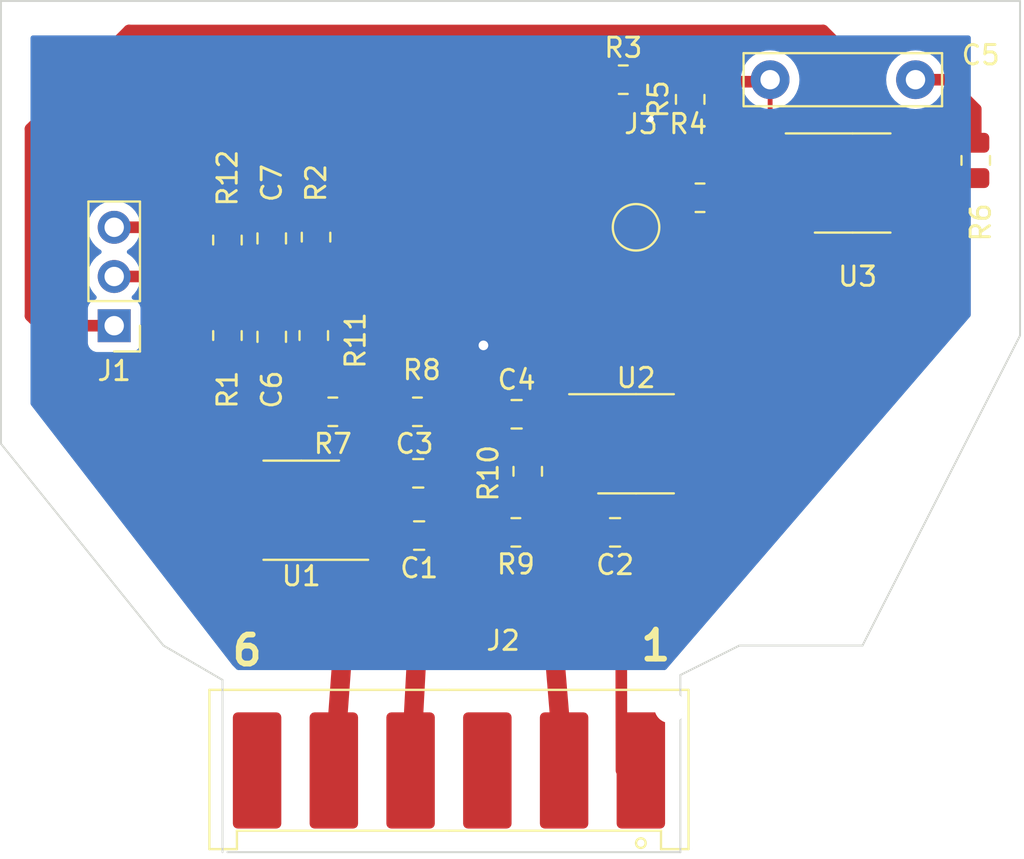
<source format=kicad_pcb>
(kicad_pcb (version 20211014) (generator pcbnew)
  (layers (0 "F.Cu" signal) (31 "B.Cu" signal) (34 "B.Paste" user) (35 "F.Paste" user) (36 "B.SilkS" user "B.Silkscreen") (37 "F.SilkS" user "F.Silkscreen") (38 "B.Mask" user) (39 "F.Mask" user) (44 "Edge.Cuts" user))
  (net 0 "")
  (net 1 "/C")
  (net 2 "Net-(C1-Pad2)")
  (net 3 "Net-(C2-Pad1)")
  (net 4 "Net-(C3-Pad2)")
  (net 5 "Net-(C4-Pad1)")
  (net 6 "Net-(C5-Pad1)")
  (net 7 "Net-(C5-Pad2)")
  (net 8 "Net-(C6-Pad2)")
  (net 9 "Net-(C7-Pad1)")
  (net 10 "Net-(J1-Pad1)")
  (net 11 "Net-(J2-Pad1)")
  (net 14 "Net-(J3-Pad1)")
  (net 15 "Net-(R4-Pad2)")
  (net 16 "Net-(R7-Pad1)")
  (net 17 "Net-(R10-Pad2)")
  (footprint "Resistor_SMD:R_0805_2012Metric" (layer "F.Cu") (at 141.0735 109.22)
    (fp_text reference "R3" (at 0 -1.65) (layer "F.SilkS"))
    (fp_text value "1Meg")
    (fp_line (start -0.227064 0.735) (end 0.227064 0.735) (layer "F.SilkS") (width 0.12))
    (fp_line (start -0.227064 -0.735) (end 0.227064 -0.735) (layer "F.SilkS") (width 0.12))
    (pad "1" smd roundrect (at -0.9125 0) (size 1.025 1.4) (layers "F.Cu" "F.Paste" "F.Mask") (roundrect_rratio 0.243902439) (net 10 "Net-(J1-Pad1)"))
    (pad "2" smd roundrect (at 0.9125 0) (size 1.025 1.4) (layers "F.Cu" "F.Paste" "F.Mask") (roundrect_rratio 0.243902439) (net 7 "Net-(C5-Pad2)"))
  )
  (footprint "Capacitor_SMD:C_0805_2012Metric" (layer "F.Cu") (at 140.65 132.588 180)
    (fp_text reference "C2" (at 0 -1.68) (layer "F.SilkS"))
    (fp_text value "100n")
    (fp_line (start -0.261252 -0.735) (end 0.261252 -0.735) (layer "F.SilkS") (width 0.12))
    (fp_line (start -0.261252 0.735) (end 0.261252 0.735) (layer "F.SilkS") (width 0.12))
    (pad "1" smd roundrect (at -0.95 0 180) (size 1 1.45) (layers "F.Cu" "F.Paste" "F.Mask") (net 3 "Net-(C2-Pad1)"))
    (pad "2" smd roundrect (at 0.95 0 180) (size 1 1.45) (layers "F.Cu" "F.Paste" "F.Mask") (net 1 "/C"))
  )
  (footprint "Resistor_SMD:R_0805_2012Metric" (layer "F.Cu") (at 120.65 122.428 -90)
    (fp_text reference "R1" (at 2.794 0 90) (layer "F.SilkS"))
    (fp_text value "10k")
    (fp_line (start -0.227064 -0.735) (end 0.227064 -0.735) (layer "F.SilkS") (width 0.12))
    (fp_line (start -0.227064 0.735) (end 0.227064 0.735) (layer "F.SilkS") (width 0.12))
    (pad "1" smd roundrect (at -0.9125 0 270) (size 1.025 1.4) (layers "F.Cu" "F.Paste" "F.Mask") (roundrect_rratio 0.243902439) (net 8 "Net-(C6-Pad2)"))
    (pad "2" smd roundrect (at 0.9125 0 270) (size 1.025 1.4) (layers "F.Cu" "F.Paste" "F.Mask") (roundrect_rratio 0.243902439) (net 4 "Net-(C3-Pad2)"))
  )
  (footprint "Capacitor_SMD:C_0805_2012Metric" (layer "F.Cu") (at 122.936 117.414 -90)
    (fp_text reference "C7" (at -2.86 0 90) (layer "F.SilkS"))
    (fp_text value "10n")
    (fp_line (start -0.261252 0.735) (end 0.261252 0.735) (layer "F.SilkS") (width 0.12))
    (fp_line (start -0.261252 -0.735) (end 0.261252 -0.735) (layer "F.SilkS") (width 0.12))
    (pad "1" smd roundrect (at -0.95 0 270) (size 1 1.45) (layers "F.Cu" "F.Paste" "F.Mask") (net 9 "Net-(C7-Pad1)"))
    (pad "2" smd roundrect (at 0.95 0 270) (size 1 1.45) (layers "F.Cu" "F.Paste" "F.Mask") (net 1 "/C"))
  )
  (footprint "Resistor_SMD:R_0805_2012Metric" (layer "F.Cu") (at 159.258 113.3875 90)
    (fp_text reference "R6" (at -3.1985 0.254 90) (layer "F.SilkS"))
    (fp_text value "22k")
    (fp_line (start -0.227064 -0.735) (end 0.227064 -0.735) (layer "F.SilkS") (width 0.12))
    (fp_line (start -0.227064 0.735) (end 0.227064 0.735) (layer "F.SilkS") (width 0.12))
    (pad "1" smd roundrect (at -0.9125 0 90) (size 1.025 1.4) (layers "F.Cu" "F.Paste" "F.Mask") (roundrect_rratio 0.243902439) (net 11 "Net-(J2-Pad1)"))
    (pad "2" smd roundrect (at 0.9125 0 90) (size 1.025 1.4) (layers "F.Cu" "F.Paste" "F.Mask") (roundrect_rratio 0.243902439) (net 6 "Net-(C5-Pad1)"))
  )
  (footprint "Resistor_SMD:R_0805_2012Metric" (layer "F.Cu") (at 144.526 110.236 90)
    (fp_text reference "R5" (at 0 -1.65 90) (layer "F.SilkS"))
    (fp_text value "100k")
    (fp_line (start -0.227064 0.735) (end 0.227064 0.735) (layer "F.SilkS") (width 0.12))
    (fp_line (start -0.227064 -0.735) (end 0.227064 -0.735) (layer "F.SilkS") (width 0.12))
    (pad "1" smd roundrect (at -0.9125 0 90) (size 1.025 1.4) (layers "F.Cu" "F.Paste" "F.Mask") (roundrect_rratio 0.243902439) (net 1 "/C"))
    (pad "2" smd roundrect (at 0.9125 0 90) (size 1.025 1.4) (layers "F.Cu" "F.Paste" "F.Mask") (roundrect_rratio 0.243902439) (net 7 "Net-(C5-Pad2)"))
  )
  (footprint "Resistor_SMD:R_0805_2012Metric" (layer "F.Cu") (at 120.65 117.4985 -90)
    (fp_text reference "R12" (at -3.1985 0 90) (layer "F.SilkS"))
    (fp_text value "270")
    (fp_line (start -0.227064 0.735) (end 0.227064 0.735) (layer "F.SilkS") (width 0.12))
    (fp_line (start -0.227064 -0.735) (end 0.227064 -0.735) (layer "F.SilkS") (width 0.12))
    (pad "1" smd roundrect (at -0.9125 0 270) (size 1.025 1.4) (layers "F.Cu" "F.Paste" "F.Mask") (roundrect_rratio 0.243902439) (net 9 "Net-(C7-Pad1)"))
    (pad "2" smd roundrect (at 0.9125 0 270) (size 1.025 1.4) (layers "F.Cu" "F.Paste" "F.Mask") (roundrect_rratio 0.243902439) (net 1 "/C"))
  )
  (footprint "Package_SO:SOIC-8_3.9x4.9mm_P1.27mm" (layer "F.Cu") (at 152.908 114.554)
    (fp_text reference "U3" (at 0.254 4.826) (layer "F.SilkS"))
    (fp_text value "LMC6081")
    (fp_line (start 0 -2.56) (end 1.95 -2.56) (layer "F.SilkS") (width 0.12))
    (fp_line (start 0 2.56) (end -1.95 2.56) (layer "F.SilkS") (width 0.12))
    (fp_line (start 0 2.56) (end 1.95 2.56) (layer "F.SilkS") (width 0.12))
    (fp_line (start 0 -2.56) (end -3.45 -2.56) (layer "F.SilkS") (width 0.12))
    (pad "1" smd roundrect (at -2.475 -1.905) (size 1.95 0.6) (layers "F.Cu" "F.Paste" "F.Mask"))
    (pad "2" smd roundrect (at -2.475 -0.635) (size 1.95 0.6) (layers "F.Cu" "F.Paste" "F.Mask") (net 7 "Net-(C5-Pad2)"))
    (pad "3" smd roundrect (at -2.475 0.635) (size 1.95 0.6) (layers "F.Cu" "F.Paste" "F.Mask") (net 15 "Net-(R4-Pad2)"))
    (pad "4" smd roundrect (at -2.475 1.905) (size 1.95 0.6) (layers "F.Cu" "F.Paste" "F.Mask") (net 5 "Net-(C4-Pad1)"))
    (pad "5" smd roundrect (at 2.475 1.905) (size 1.95 0.6) (layers "F.Cu" "F.Paste" "F.Mask"))
    (pad "6" smd roundrect (at 2.475 0.635) (size 1.95 0.6) (layers "F.Cu" "F.Paste" "F.Mask") (net 11 "Net-(J2-Pad1)"))
    (pad "7" smd roundrect (at 2.475 -0.635) (size 1.95 0.6) (layers "F.Cu" "F.Paste" "F.Mask") (net 4 "Net-(C3-Pad2)"))
    (pad "8" smd roundrect (at 2.475 -1.905) (size 1.95 0.6) (layers "F.Cu" "F.Paste" "F.Mask"))
  )
  (footprint "Resistor_SMD:R_0805_2012Metric" (layer "F.Cu") (at 136.144 129.4365 -90)
    (fp_text reference "R10" (at 0.1035 2.032 90) (layer "F.SilkS"))
    (fp_text value "1000")
    (fp_line (start -0.227064 -0.735) (end 0.227064 -0.735) (layer "F.SilkS") (width 0.12))
    (fp_line (start -0.227064 0.735) (end 0.227064 0.735) (layer "F.SilkS") (width 0.12))
    (pad "1" smd roundrect (at -0.9125 0 270) (size 1.025 1.4) (layers "F.Cu" "F.Paste" "F.Mask") (roundrect_rratio 0.243902439) (net 5 "Net-(C4-Pad1)"))
    (pad "2" smd roundrect (at 0.9125 0 270) (size 1.025 1.4) (layers "F.Cu" "F.Paste" "F.Mask") (roundrect_rratio 0.243902439) (net 17 "Net-(R10-Pad2)"))
  )
  (footprint "Capacitor_SMD:C_0805_2012Metric" (layer "F.Cu") (at 122.936 122.494 90)
    (fp_text reference "C6" (at -2.728 0 90) (layer "F.SilkS"))
    (fp_text value "10n")
    (fp_line (start -0.261252 -0.735) (end 0.261252 -0.735) (layer "F.SilkS") (width 0.12))
    (fp_line (start -0.261252 0.735) (end 0.261252 0.735) (layer "F.SilkS") (width 0.12))
    (pad "1" smd roundrect (at -0.95 0 90) (size 1 1.45) (layers "F.Cu" "F.Paste" "F.Mask") (net 1 "/C"))
    (pad "2" smd roundrect (at 0.95 0 90) (size 1 1.45) (layers "F.Cu" "F.Paste" "F.Mask") (net 8 "Net-(C6-Pad2)"))
  )
  (footprint "Resistor_SMD:R_0805_2012Metric" (layer "F.Cu") (at 130.4525 126.365 180)
    (fp_text reference "R8" (at -0.227064 2.159) (layer "F.SilkS"))
    (fp_text value "4700")
    (fp_line (start -0.227064 0.735) (end 0.227064 0.735) (layer "F.SilkS") (width 0.12))
    (fp_line (start -0.227064 -0.735) (end 0.227064 -0.735) (layer "F.SilkS") (width 0.12))
    (pad "1" smd roundrect (at -0.9125 0 180) (size 1.025 1.4) (layers "F.Cu" "F.Paste" "F.Mask") (roundrect_rratio 0.243902439) (net 1 "/C"))
    (pad "2" smd roundrect (at 0.9125 0 180) (size 1.025 1.4) (layers "F.Cu" "F.Paste" "F.Mask") (roundrect_rratio 0.243902439) (net 16 "Net-(R7-Pad1)"))
  )
  (footprint "TestPoint:TestPoint_Pad_D2.0mm" (layer "F.Cu") (at 141.732 116.84)
    (fp_text reference "J3" (at 0.254 -5.334) (layer "F.SilkS"))
    (fp_text value "Air_Pin")
    (fp_circle (center 0 0) (end 0 1.2) (layer "F.SilkS") (width 0.12) (fill none))
    (pad "1" smd circle (at 0 0) (size 2 2) (layers "F.Cu" "F.Mask") (net 14 "Net-(J3-Pad1)"))
  )
  (footprint "Resistor_SMD:R_0805_2012Metric" (layer "F.Cu") (at 126.0875 126.365 180)
    (fp_text reference "R7" (at 0 -1.65) (layer "F.SilkS"))
    (fp_text value "1000")
    (fp_line (start -0.227064 -0.735) (end 0.227064 -0.735) (layer "F.SilkS") (width 0.12))
    (fp_line (start -0.227064 0.735) (end 0.227064 0.735) (layer "F.SilkS") (width 0.12))
    (pad "1" smd roundrect (at -0.9125 0 180) (size 1.025 1.4) (layers "F.Cu" "F.Paste" "F.Mask") (roundrect_rratio 0.243902439) (net 16 "Net-(R7-Pad1)"))
    (pad "2" smd roundrect (at 0.9125 0 180) (size 1.025 1.4) (layers "F.Cu" "F.Paste" "F.Mask") (roundrect_rratio 0.243902439) (net 4 "Net-(C3-Pad2)"))
  )
  (footprint "Resistor_SMD:R_0805_2012Metric" (layer "F.Cu") (at 145.034 115.316)
    (fp_text reference "R4" (at -0.6115 -3.81) (layer "F.SilkS"))
    (fp_text value "100k")
    (fp_line (start -0.227064 -0.735) (end 0.227064 -0.735) (layer "F.SilkS") (width 0.12))
    (fp_line (start -0.227064 0.735) (end 0.227064 0.735) (layer "F.SilkS") (width 0.12))
    (pad "1" smd roundrect (at -0.9125 0) (size 1.025 1.4) (layers "F.Cu" "F.Paste" "F.Mask") (roundrect_rratio 0.243902439) (net 14 "Net-(J3-Pad1)"))
    (pad "2" smd roundrect (at 0.9125 0) (size 1.025 1.4) (layers "F.Cu" "F.Paste" "F.Mask") (roundrect_rratio 0.243902439) (net 15 "Net-(R4-Pad2)"))
  )
  (footprint "Capacitor_SMD:C_0805_2012Metric" (layer "F.Cu") (at 130.495 129.54 180)
    (fp_text reference "C3" (at 0.193 1.524) (layer "F.SilkS"))
    (fp_text value "100n")
    (fp_line (start -0.261252 0.735) (end 0.261252 0.735) (layer "F.SilkS") (width 0.12))
    (fp_line (start -0.261252 -0.735) (end 0.261252 -0.735) (layer "F.SilkS") (width 0.12))
    (pad "1" smd roundrect (at -0.95 0 180) (size 1 1.45) (layers "F.Cu" "F.Paste" "F.Mask") (net 1 "/C"))
    (pad "2" smd roundrect (at 0.95 0 180) (size 1 1.45) (layers "F.Cu" "F.Paste" "F.Mask") (net 4 "Net-(C3-Pad2)"))
  )
  (footprint "Capacitor_SMD:C_0805_2012Metric" (layer "F.Cu") (at 130.541252 132.753748 180)
    (fp_text reference "C1" (at 0 -1.68) (layer "F.SilkS"))
    (fp_text value "100n")
    (fp_line (start -0.261252 0.735) (end 0.261252 0.735) (layer "F.SilkS") (width 0.12))
    (fp_line (start -0.261252 -0.735) (end 0.261252 -0.735) (layer "F.SilkS") (width 0.12))
    (pad "1" smd roundrect (at -0.95 0 180) (size 1 1.45) (layers "F.Cu" "F.Paste" "F.Mask") (net 1 "/C"))
    (pad "2" smd roundrect (at 0.95 0 180) (size 1 1.45) (layers "F.Cu" "F.Paste" "F.Mask") (net 2 "Net-(C1-Pad2)"))
  )
  (footprint "Connector_Hirose:Hirose_DF63-6P-3.96DSA_1x06_P3.96mm_Vertical" (layer "F.Cu") (at 141.98 144.88 180)
    (fp_text reference "J2" (at 7.106 6.704 180) (layer "F.SilkS"))
    (fp_text value "Edge_J104")
    (fp_line (start -2.46 4.16) (end -2.46 -4.06) (layer "F.SilkS") (width 0.12))
    (fp_line (start 22.26 4.16) (end 22.26 -4.06) (layer "F.SilkS") (width 0.12))
    (fp_line (start 9.9 4.16) (end -2.46 4.16) (layer "F.SilkS") (width 0.12))
    (fp_line (start -2.46 -4.06) (end -1.04 -4.06) (layer "F.SilkS") (width 0.12))
    (fp_line (start -1.04 -3.11) (end 9.9 -3.11) (layer "F.SilkS") (width 0.12))
    (fp_line (start 20.84 -3.11) (end 9.9 -3.11) (layer "F.SilkS") (width 0.12))
    (fp_line (start -1.04 -4.06) (end -1.04 -3.11) (layer "F.SilkS") (width 0.12))
    (fp_line (start 9.9 4.16) (end 22.26 4.16) (layer "F.SilkS") (width 0.12))
    (fp_line (start 20.84 -4.06) (end 20.84 -3.11) (layer "F.SilkS") (width 0.12))
    (fp_line (start 22.26 -4.06) (end 20.84 -4.06) (layer "F.SilkS") (width 0.12))
    (fp_circle (center 0 -3.75) (end 0.25 -3.75) (layer "F.SilkS") (width 0.12) (fill none))
    (pad "" np_thru_hole circle (at -1.5 3.25 180) (size 1.6 1.6) (drill 1.6) (layers *.Cu *.Mask))
    (pad "1" smd roundrect (at 0 0 180) (size 2.5 6) (layers "F.Cu" "F.Paste" "F.Mask") (roundrect_rratio 0.101626) (net 11 "Net-(J2-Pad1)"))
    (pad "2" smd roundrect (at 3.96 0 180) (size 2.5 6) (layers "F.Cu" "F.Paste" "F.Mask") (roundrect_rratio 0.101626) (net 3 "Net-(C2-Pad1)"))
    (pad "3" smd roundrect (at 7.92 0 180) (size 2.5 6) (layers "F.Cu" "F.Paste" "F.Mask") (roundrect_rratio 0.101626))
    (pad "4" smd roundrect (at 11.88 0 180) (size 2.5 6) (layers "F.Cu" "F.Paste" "F.Mask") (roundrect_rratio 0.101626) (net 1 "/C"))
    (pad "5" smd roundrect (at 15.84 0 180) (size 2.5 6) (layers "F.Cu" "F.Paste" "F.Mask") (roundrect_rratio 0.101626) (net 2 "Net-(C1-Pad2)"))
    (pad "6" smd roundrect (at 19.8 0 180) (size 2.5 6) (layers "F.Cu" "F.Paste" "F.Mask") (roundrect_rratio 0.101626))
  )
  (footprint "Resistor_SMD:R_0805_2012Metric" (layer "F.Cu") (at 125.222 117.348 90)
    (fp_text reference "R2" (at 2.794 0 90) (layer "F.SilkS"))
    (fp_text value "10k")
    (fp_line (start -0.227064 0.735) (end 0.227064 0.735) (layer "F.SilkS") (width 0.12))
    (fp_line (start -0.227064 -0.735) (end 0.227064 -0.735) (layer "F.SilkS") (width 0.12))
    (pad "1" smd roundrect (at -0.9125 0 90) (size 1.025 1.4) (layers "F.Cu" "F.Paste" "F.Mask") (roundrect_rratio 0.243902439) (net 5 "Net-(C4-Pad1)"))
    (pad "2" smd roundrect (at 0.9125 0 90) (size 1.025 1.4) (layers "F.Cu" "F.Paste" "F.Mask") (roundrect_rratio 0.243902439) (net 9 "Net-(C7-Pad1)"))
  )
  (footprint "Package_SO:SOIC-8_3.9x4.9mm_P1.27mm" (layer "F.Cu") (at 141.732 128.016)
    (fp_text reference "U2" (at 0 -3.4) (layer "F.SilkS"))
    (fp_text value "LM337L_SO8")
    (fp_line (start 0 -2.56) (end 1.95 -2.56) (layer "F.SilkS") (width 0.12))
    (fp_line (start 0 2.56) (end 1.95 2.56) (layer "F.SilkS") (width 0.12))
    (fp_line (start 0 -2.56) (end -3.45 -2.56) (layer "F.SilkS") (width 0.12))
    (fp_line (start 0 2.56) (end -1.95 2.56) (layer "F.SilkS") (width 0.12))
    (pad "1" smd roundrect (at -2.475 -1.905) (size 1.95 0.6) (layers "F.Cu" "F.Paste" "F.Mask") (net 5 "Net-(C4-Pad1)"))
    (pad "2" smd roundrect (at -2.475 -0.635) (size 1.95 0.6) (layers "F.Cu" "F.Paste" "F.Mask") (net 3 "Net-(C2-Pad1)"))
    (pad "3" smd roundrect (at -2.475 0.635) (size 1.95 0.6) (layers "F.Cu" "F.Paste" "F.Mask") (net 3 "Net-(C2-Pad1)"))
    (pad "4" smd roundrect (at -2.475 1.905) (size 1.95 0.6) (layers "F.Cu" "F.Paste" "F.Mask") (net 17 "Net-(R10-Pad2)"))
    (pad "5" smd roundrect (at 2.475 1.905) (size 1.95 0.6) (layers "F.Cu" "F.Paste" "F.Mask"))
    (pad "6" smd roundrect (at 2.475 0.635) (size 1.95 0.6) (layers "F.Cu" "F.Paste" "F.Mask") (net 3 "Net-(C2-Pad1)"))
    (pad "7" smd roundrect (at 2.475 -0.635) (size 1.95 0.6) (layers "F.Cu" "F.Paste" "F.Mask") (net 3 "Net-(C2-Pad1)"))
    (pad "8" smd roundrect (at 2.475 -1.905) (size 1.95 0.6) (layers "F.Cu" "F.Paste" "F.Mask"))
  )
  (footprint "Connector_PinHeader_2.54mm:PinHeader_1x03_P2.54mm_Vertical" (layer "F.Cu") (at 114.808 121.92 180)
    (fp_text reference "J1" (at 0 -2.33) (layer "F.SilkS"))
    (fp_text value "1K_Zero")
    (fp_line (start -1.33 1.27) (end 1.33 1.27) (layer "F.SilkS") (width 0.12))
    (fp_line (start -1.33 0) (end -1.33 -1.33) (layer "F.SilkS") (width 0.12))
    (fp_line (start -1.33 1.27) (end -1.33 6.41) (layer "F.SilkS") (width 0.12))
    (fp_line (start 1.33 1.27) (end 1.33 6.41) (layer "F.SilkS") (width 0.12))
    (fp_line (start -1.33 6.41) (end 1.33 6.41) (layer "F.SilkS") (width 0.12))
    (fp_line (start -1.33 -1.33) (end 0 -1.33) (layer "F.SilkS") (width 0.12))
    (pad "1" thru_hole rect (at 0 0 180) (size 1.7 1.7) (drill 1) (layers *.Cu *.Mask) (net 10 "Net-(J1-Pad1)"))
    (pad "2" thru_hole oval (at 0 2.54 180) (size 1.7 1.7) (drill 1) (layers *.Cu *.Mask) (net 8 "Net-(C6-Pad2)"))
    (pad "3" thru_hole oval (at 0 5.08 180) (size 1.7 1.7) (drill 1) (layers *.Cu *.Mask) (net 9 "Net-(C7-Pad1)"))
  )
  (footprint "Resistor_SMD:R_0805_2012Metric" (layer "F.Cu") (at 125.105 122.428 90)
    (fp_text reference "R11" (at -0.254 2.149 90) (layer "F.SilkS"))
    (fp_text value "270")
    (fp_line (start -0.227064 -0.735) (end 0.227064 -0.735) (layer "F.SilkS") (width 0.12))
    (fp_line (start -0.227064 0.735) (end 0.227064 0.735) (layer "F.SilkS") (width 0.12))
    (pad "1" smd roundrect (at -0.9125 0 90) (size 1.025 1.4) (layers "F.Cu" "F.Paste" "F.Mask") (roundrect_rratio 0.243902439) (net 1 "/C"))
    (pad "2" smd roundrect (at 0.9125 0 90) (size 1.025 1.4) (layers "F.Cu" "F.Paste" "F.Mask") (roundrect_rratio 0.243902439) (net 8 "Net-(C6-Pad2)"))
  )
  (footprint "Resistor_SMD:R_0805_2012Metric" (layer "F.Cu") (at 135.5325 132.588 180)
    (fp_text reference "R9" (at 0 -1.65) (layer "F.SilkS"))
    (fp_text value "4700")
    (fp_line (start -0.227064 0.735) (end 0.227064 0.735) (layer "F.SilkS") (width 0.12))
    (fp_line (start -0.227064 -0.735) (end 0.227064 -0.735) (layer "F.SilkS") (width 0.12))
    (pad "1" smd roundrect (at -0.9125 0 180) (size 1.025 1.4) (layers "F.Cu" "F.Paste" "F.Mask") (roundrect_rratio 0.243902439) (net 17 "Net-(R10-Pad2)"))
    (pad "2" smd roundrect (at 0.9125 0 180) (size 1.025 1.4) (layers "F.Cu" "F.Paste" "F.Mask") (roundrect_rratio 0.243902439) (net 1 "/C"))
  )
  (footprint "Package_SO:SOIC-8_3.9x4.9mm_P1.27mm" (layer "F.Cu") (at 124.46 131.445 180)
    (fp_text reference "U1" (at 0 -3.4) (layer "F.SilkS"))
    (fp_text value "LM317L_SO8")
    (fp_line (start 0 -2.56) (end -3.45 -2.56) (layer "F.SilkS") (width 0.12))
    (fp_line (start 0 -2.56) (end 1.95 -2.56) (layer "F.SilkS") (width 0.12))
    (fp_line (start 0 2.56) (end 1.95 2.56) (layer "F.SilkS") (width 0.12))
    (fp_line (start 0 2.56) (end -1.95 2.56) (layer "F.SilkS") (width 0.12))
    (pad "1" smd roundrect (at -2.475 -1.905 180) (size 1.95 0.6) (layers "F.Cu" "F.Paste" "F.Mask") (net 2 "Net-(C1-Pad2)"))
    (pad "2" smd roundrect (at -2.475 -0.635 180) (size 1.95 0.6) (layers "F.Cu" "F.Paste" "F.Mask") (net 4 "Net-(C3-Pad2)"))
    (pad "3" smd roundrect (at -2.475 0.635 180) (size 1.95 0.6) (layers "F.Cu" "F.Paste" "F.Mask") (net 4 "Net-(C3-Pad2)"))
    (pad "4" smd roundrect (at -2.475 1.905 180) (size 1.95 0.6) (layers "F.Cu" "F.Paste" "F.Mask") (net 16 "Net-(R7-Pad1)"))
    (pad "5" smd roundrect (at 2.475 1.905 180) (size 1.95 0.6) (layers "F.Cu" "F.Paste" "F.Mask"))
    (pad "6" smd roundrect (at 2.475 0.635 180) (size 1.95 0.6) (layers "F.Cu" "F.Paste" "F.Mask") (net 4 "Net-(C3-Pad2)"))
    (pad "7" smd roundrect (at 2.475 -0.635 180) (size 1.95 0.6) (layers "F.Cu" "F.Paste" "F.Mask") (net 4 "Net-(C3-Pad2)"))
    (pad "8" smd roundrect (at 2.475 -1.905 180) (size 1.95 0.6) (layers "F.Cu" "F.Paste" "F.Mask"))
  )
  (footprint "Capacitor_SMD:C_0805_2012Metric" (layer "F.Cu") (at 135.57 126.492 180)
    (fp_text reference "C4" (at 0 1.778) (layer "F.SilkS"))
    (fp_text value "100n")
    (fp_line (start -0.261252 -0.735) (end 0.261252 -0.735) (layer "F.SilkS") (width 0.12))
    (fp_line (start -0.261252 0.735) (end 0.261252 0.735) (layer "F.SilkS") (width 0.12))
    (pad "1" smd roundrect (at -0.95 0 180) (size 1 1.45) (layers "F.Cu" "F.Paste" "F.Mask") (net 5 "Net-(C4-Pad1)"))
    (pad "2" smd roundrect (at 0.95 0 180) (size 1 1.45) (layers "F.Cu" "F.Paste" "F.Mask") (net 1 "/C"))
  )
  (footprint "Capacitor_THT:C_Rect_L10.0mm_W2.5mm_P7.50mm_MKS4" (layer "F.Cu") (at 156.15 109.22 180)
    (fp_text reference "C5" (at -3.362 1.27) (layer "F.SilkS"))
    (fp_text value "2n2")
    (fp_line (start -1.37 1.37) (end 8.87 1.37) (layer "F.SilkS") (width 0.12))
    (fp_line (start 8.87 -1.37) (end 8.87 1.37) (layer "F.SilkS") (width 0.12))
    (fp_line (start -1.37 -1.37) (end 8.87 -1.37) (layer "F.SilkS") (width 0.12))
    (fp_line (start -1.37 -1.37) (end -1.37 1.37) (layer "F.SilkS") (width 0.12))
    (pad "1" thru_hole circle (at 0 0 180) (size 2 2) (drill 1) (layers *.Cu *.Mask) (net 6 "Net-(C5-Pad1)"))
    (pad "2" thru_hole circle (at 7.5 0 180) (size 2 2) (drill 1) (layers *.Cu *.Mask) (net 7 "Net-(C5-Pad2)"))
  )
  (gr_line (start 144.018 139.954) (end 147.066 138.43) (layer "Edge.Cuts") (width 0.1))
  (gr_line (start 108.966 128.016) (end 117.348 138.43) (layer "Edge.Cuts") (width 0.1))
  (gr_line (start 147.066 138.43) (end 153.416 138.43) (layer "Edge.Cuts") (width 0.1))
  (gr_line (start 144.018 149.098) (end 144.018 139.954) (layer "Edge.Cuts") (width 0.1))
  (gr_line (start 153.416 138.43) (end 161.544 122.428) (layer "Edge.Cuts") (width 0.1))
  (gr_line (start 117.348 138.43) (end 120.396 140.208) (layer "Edge.Cuts") (width 0.1))
  (gr_line (start 161.544 105.156) (end 108.966 105.156) (layer "Edge.Cuts") (width 0.1))
  (gr_line (start 161.544 122.428) (end 161.544 105.156) (layer "Edge.Cuts") (width 0.1))
  (gr_line (start 120.65 149.098) (end 144.018 149.098) (layer "Edge.Cuts") (width 0.1))
  (gr_line (start 108.966 105.156) (end 108.966 128.016) (layer "Edge.Cuts") (width 0.1))
  (gr_line (start 120.396 140.208) (end 120.396 149.098) (layer "Edge.Cuts") (width 0.1))
  (gr_text "6" (at 121.666 138.684) (layer "F.SilkS") (effects (font (size 1.5 1.5) (thickness 0.3))))
  (gr_text "1" (at 142.748 138.43) (layer "F.SilkS") (effects (font (size 1.5 1.5) (thickness 0.3))))
  (segment (start 131.491252 132.753748) (end 131.491252 133.015252) (width 0.6) (layer "F.Cu") (net 1))
  (segment (start 123.698 119.888) (end 127 119.888) (width 1) (layer "F.Cu") (net 1))
  (segment (start 133.096 124.46) (end 132.715 124.079) (width 0.6) (layer "F.Cu") (net 1))
  (segment (start 144.526 111.1485) (end 145.1845 111.1485) (width 0.6) (layer "F.Cu") (net 1))
  (segment (start 120.65 118.411) (end 122.889 118.411) (width 0.6) (layer "F.Cu") (net 1))
  (segment (start 133.096 134.112) (end 133.096 134.62) (width 0.6) (layer "F.Cu") (net 1))
  (segment (start 142.748 111.252) (end 142.494 111.252) (width 0.6) (layer "F.Cu") (net 1))
  (segment (start 131.491252 133.015252) (end 133.096 134.62) (width 0.6) (layer "F.Cu") (net 1))
  (segment (start 131.445 126.445) (end 131.365 126.365) (width 0.6) (layer "F.Cu") (net 1))
  (segment (start 127 119.888) (end 130.4525 123.3405) (width 1) (layer "F.Cu") (net 1))
  (segment (start 148.59 114.554) (end 147.828 113.792) (width 0.2) (layer "F.Cu") (net 1))
  (segment (start 131.491252 132.753748) (end 131.491252 129.586252) (width 0.6) (layer "F.Cu") (net 1))
  (segment (start 130.1 144.88) (end 130.48 137.744) (width 1) (layer "F.Cu") (net 1))
  (segment (start 137.668 135.128) (end 133.604 135.128) (width 0.6) (layer "F.Cu") (net 1))
  (segment (start 148.844 115.824) (end 148.59 116.078) (width 0.2) (layer "F.Cu") (net 1))
  (segment (start 136.144 114.808) (end 138.43 112.522) (width 0.4) (layer "F.Cu") (net 1))
  (segment (start 142.8515 111.1485) (end 142.748 111.252) (width 0.6) (layer "F.Cu") (net 1))
  (segment (start 125.7635 123.444) (end 125.867 123.3405) (width 0.6) (layer "F.Cu") (net 1))
  (segment (start 139.192 120.904) (end 136.144 117.856) (width 0.4) (layer "F.Cu") (net 1))
  (segment (start 148.59 116.078) (end 148.59 117.856) (width 0.4) (layer "F.Cu") (net 1))
  (segment (start 134.62 132.588) (end 133.096 134.112) (width 0.6) (layer "F.Cu") (net 1))
  (segment (start 144.526 111.1485) (end 142.8515 111.1485) (width 0.6) (layer "F.Cu") (net 1))
  (segment (start 122.936 118.364) (end 123.444 118.872) (width 0.6) (layer "F.Cu") (net 1))
  (segment (start 125.867 123.3405) (end 131.4215 123.3405) (width 1) (layer "F.Cu") (net 1))
  (segment (start 123.21 123.444) (end 125.7635 123.444) (width 0.6) (layer "F.Cu") (net 1))
  (segment (start 133.096 135.128) (end 133.096 134.62) (width 0.6) (layer "F.Cu") (net 1))
  (segment (start 122.889 118.411) (end 122.936 118.364) (width 0.6) (layer "F.Cu") (net 1))
  (segment (start 152.146 115.316) (end 151.638 115.824) (width 0.2) (layer "F.Cu") (net 1))
  (segment (start 130.4525 123.3405) (end 131.4215 123.3405) (width 0.6) (layer "F.Cu") (net 1))
  (segment (start 134.62 129.54) (end 134.62 126.492) (width 0.6) (layer "F.Cu") (net 1))
  (segment (start 137.668 134.62) (end 137.668 135.128) (width 0.6) (layer "F.Cu") (net 1))
  (segment (start 145.1845 111.1485) (end 146.558 112.522) (width 0.6) (layer "F.Cu") (net 1))
  (segment (start 133.096 134.62) (end 133.096 124.46) (width 1) (layer "F.Cu") (net 1))
  (segment (start 138.43 112.522) (end 146.558 112.522) (width 0.4) (layer "F.Cu") (net 1))
  (segment (start 132.381 122.936) (end 133.35 122.936) (width 1) (layer "F.Cu") (net 1))
  (segment (start 133.604 135.128) (end 133.096 134.62) (width 0.6) (layer "F.Cu") (net 1))
  (segment (start 123.444 118.872) (end 123.444 119.634) (width 0.6) (layer "F.Cu") (net 1))
  (segment (start 152.146 115.062) (end 151.638 114.554) (width 0.2) (layer "F.Cu") (net 1))
  (segment (start 148.59 117.856) (end 145.542 120.904) (width 0.4) (layer "F.Cu") (net 1))
  (segment (start 136.144 117.856) (end 136.144 114.808) (width 0.4) (layer "F.Cu") (net 1))
  (segment (start 146.558 112.522) (end 147.828 113.792) (width 0.4) (layer "F.Cu") (net 1))
  (segment (start 151.638 115.824) (end 148.844 115.824) (width 0.2) (layer "F.Cu") (net 1))
  (segment (start 134.62 132.588) (end 134.62 129.54) (width 0.6) (layer "F.Cu") (net 1))
  (segment (start 131.491252 129.586252) (end 131.445 129.54) (width 0.6) (layer "F.Cu") (net 1))
  (segment (start 152.146 115.316) (end 152.146 115.062) (width 0.2) (layer "F.Cu") (net 1))
  (segment (start 145.542 120.904) (end 139.192 120.904) (width 0.4) (layer "F.Cu") (net 1))
  (segment (start 131.9765 123.3405) (end 132.381 122.936) (width 1) (layer "F.Cu") (net 1))
  (segment (start 130.48 137.744) (end 133.096 135.128) (width 1) (layer "F.Cu") (net 1))
  (segment (start 123.444 119.634) (end 123.698 119.888) (width 0.6) (layer "F.Cu") (net 1))
  (segment (start 131.445 129.54) (end 131.445 126.445) (width 0.6) (layer "F.Cu") (net 1))
  (segment (start 132.715 124.079) (end 131.9765 123.3405) (width 1) (layer "F.Cu") (net 1))
  (segment (start 139.7 132.588) (end 137.668 134.62) (width 0.6) (layer "F.Cu") (net 1))
  (segment (start 151.638 114.554) (end 148.59 114.554) (width 0.2) (layer "F.Cu") (net 1))
  (segment (start 133.35 122.936) (end 133.858 122.936) (width 1) (layer "F.Cu") (net 1))
  (via (at 142.494 111.252) (size 0.6) (drill 0.3) (layers "F.Cu" "B.Cu") (net 1))
  (via (at 133.858 122.936) (size 1) (drill 0.5) (layers "F.Cu" "B.Cu") (net 1))
  (segment (start 142.494 111.252) (end 141.478 111.252) (width 0.6) (layer "B.Cu") (net 1))
  (segment (start 133.858 122.936) (end 134.874 122.936) (width 1) (layer "B.Cu") (net 1))
  (segment (start 126.98 133.395) (end 126.935 133.35) (width 0.6) (layer "F.Cu") (net 2))
  (segment (start 126.14 144.88) (end 126.98 133.395) (width 1) (layer "F.Cu") (net 2))
  (segment (start 128.995 133.35) (end 129.591252 132.753748) (width 0.6) (layer "F.Cu") (net 2))
  (segment (start 126.935 133.35) (end 128.995 133.35) (width 0.6) (layer "F.Cu") (net 2))
  (segment (start 137.48 138.364) (end 141.732 134.112) (width 1) (layer "F.Cu") (net 3))
  (segment (start 141.732 132.72) (end 141.6 132.588) (width 0.6) (layer "F.Cu") (net 3))
  (segment (start 144.207 127.381) (end 144.207 128.651) (width 0.6) (layer "F.Cu") (net 3))
  (segment (start 141.351 127.381) (end 144.207 127.381) (width 0.6) (layer "F.Cu") (net 3))
  (segment (start 141.732 134.112) (end 141.732 132.72) (width 0.6) (layer "F.Cu") (net 3))
  (segment (start 139.257 127.381) (end 141.351 127.381) (width 0.6) (layer "F.Cu") (net 3))
  (segment (start 141.6 132.588) (end 141.6 127.63) (width 1) (layer "F.Cu") (net 3))
  (segment (start 138.02 144.88) (end 137.48 138.364) (width 1) (layer "F.Cu") (net 3))
  (segment (start 141.6 127.63) (end 141.351 127.381) (width 0.6) (layer "F.Cu") (net 3))
  (segment (start 139.257 128.651) (end 139.257 127.381) (width 0.6) (layer "F.Cu") (net 3))
  (segment (start 156.718 111.252) (end 157.48 112.014) (width 0.6) (layer "F.Cu") (net 4))
  (segment (start 128.275 130.81) (end 129.545 129.54) (width 0.6) (layer "F.Cu") (net 4))
  (segment (start 154.94 111.252) (end 156.718 111.252) (width 0.6) (layer "F.Cu") (net 4))
  (segment (start 115.57 106.68) (end 151.384 106.68) (width 0.6) (layer "F.Cu") (net 4))
  (segment (start 110.49 121.412) (end 114.046 124.968) (width 0.6) (layer "F.Cu") (net 4))
  (segment (start 126.935 130.81) (end 126.935 132.08) (width 0.6) (layer "F.Cu") (net 4))
  (segment (start 114.046 124.968) (end 119.0225 124.968) (width 0.6) (layer "F.Cu") (net 4))
  (segment (start 151.384 106.68) (end 153.67 108.966) (width 0.6) (layer "F.Cu") (net 4))
  (segment (start 123.016 126.365) (end 120.396 123.745) (width 0.6) (layer "F.Cu") (net 4))
  (segment (start 125.175 126.365) (end 124.587 126.365) (width 0.6) (layer "F.Cu") (net 4))
  (segment (start 121.985 132.08) (end 121.985 130.81) (width 0.6) (layer "F.Cu") (net 4))
  (segment (start 125.175 126.365) (end 123.016 126.365) (width 0.6) (layer "F.Cu") (net 4))
  (segment (start 119.0225 124.968) (end 120.65 123.3405) (width 0.6) (layer "F.Cu") (net 4))
  (segment (start 153.67 108.966) (end 153.67 109.982) (width 0.6) (layer "F.Cu") (net 4))
  (segment (start 156.337 113.919) (end 157.48 112.776) (width 0.6) (layer "F.Cu") (net 4))
  (segment (start 126.935 130.81) (end 128.275 130.81) (width 0.6) (layer "F.Cu") (net 4))
  (segment (start 153.67 109.982) (end 154.94 111.252) (width 0.6) (layer "F.Cu") (net 4))
  (segment (start 110.49 111.76) (end 110.49 121.412) (width 0.6) (layer "F.Cu") (net 4))
  (segment (start 124.587 126.365) (end 124.46 126.492) (width 0.6) (layer "F.Cu") (net 4))
  (segment (start 121.985 130.81) (end 126.935 130.81) (width 0.6) (layer "F.Cu") (net 4))
  (segment (start 110.49 111.76) (end 115.57 106.68) (width 0.6) (layer "F.Cu") (net 4))
  (segment (start 155.383 113.919) (end 156.337 113.919) (width 0.6) (layer "F.Cu") (net 4))
  (segment (start 157.48 112.776) (end 157.48 112.014) (width 0.6) (layer "F.Cu") (net 4))
  (segment (start 124.46 126.492) (end 124.46 130.556) (width 0.6) (layer "F.Cu") (net 4))
  (segment (start 150.433 117.791) (end 143.51 124.714) (width 0.6) (layer "F.Cu") (net 5))
  (segment (start 136.652 120.65) (end 137.668 121.666) (width 0.6) (layer "F.Cu") (net 5))
  (segment (start 132.842 120.65) (end 136.652 120.65) (width 0.6) (layer "F.Cu") (net 5))
  (segment (start 137.028 125.984) (end 139.13 125.984) (width 0.6) (layer "F.Cu") (net 5))
  (segment (start 137.668 121.666) (end 137.668 124.714) (width 0.6) (layer "F.Cu") (net 5))
  (segment (start 137.668 124.714) (end 137.668 125.344) (width 0.6) (layer "F.Cu") (net 5))
  (segment (start 150.433 116.459) (end 150.433 117.791) (width 0.6) (layer "F.Cu") (net 5))
  (segment (start 130.5845 118.2605) (end 130.5845 118.3925) (width 0.6) (layer "F.Cu") (net 5))
  (segment (start 125.222 118.2605) (end 130.5845 118.2605) (width 0.6) (layer "F.Cu") (net 5))
  (segment (start 130.5845 118.3925) (end 132.842 120.65) (width 0.6) (layer "F.Cu") (net 5))
  (segment (start 143.51 124.714) (end 137.668 124.714) (width 0.6) (layer "F.Cu") (net 5))
  (segment (start 136.52 126.492) (end 137.028 125.984) (width 0.6) (layer "F.Cu") (net 5))
  (segment (start 136.52 126.492) (end 136.52 128.148) (width 0.6) (layer "F.Cu") (net 5))
  (segment (start 139.13 125.984) (end 139.257 126.111) (width 0.6) (layer "F.Cu") (net 5))
  (segment (start 137.668 125.344) (end 136.52 126.492) (width 0.6) (layer "F.Cu") (net 5))
  (segment (start 136.52 128.148) (end 136.144 128.524) (width 0.6) (layer "F.Cu") (net 5))
  (segment (start 159.258 110.744) (end 157.734 109.22) (width 0.6) (layer "F.Cu") (net 6))
  (segment (start 159.258 112.475) (end 159.258 110.744) (width 0.6) (layer "F.Cu") (net 6))
  (segment (start 157.734 109.22) (end 156.15 109.22) (width 0.6) (layer "F.Cu") (net 6))
  (segment (start 149.225 113.919) (end 148.65 113.344) (width 0.25) (layer "F.Cu") (net 7))
  (segment (start 144.4225 109.22) (end 144.526 109.3235) (width 0.6) (layer "F.Cu") (net 7))
  (segment (start 150.433 113.919) (end 149.225 113.919) (width 0.6) (layer "F.Cu") (net 7))
  (segment (start 148.5465 109.3235) (end 148.65 109.22) (width 0.6) (layer "F.Cu") (net 7))
  (segment (start 148.65 113.344) (end 148.65 109.22) (width 0.25) (layer "F.Cu") (net 7))
  (segment (start 141.986 109.22) (end 144.4225 109.22) (width 0.6) (layer "F.Cu") (net 7))
  (segment (start 144.526 109.3235) (end 148.5465 109.3235) (width 0.6) (layer "F.Cu") (net 7))
  (segment (start 120.396 121.92) (end 122.834 121.92) (width 0.6) (layer "F.Cu") (net 8))
  (segment (start 119.4835 121.5155) (end 120.65 121.5155) (width 0.6) (layer "F.Cu") (net 8))
  (segment (start 123.21 121.544) (end 125.8385 121.544) (width 0.6) (layer "F.Cu") (net 8))
  (segment (start 125.8385 121.544) (end 125.867 121.5155) (width 0.6) (layer "F.Cu") (net 8))
  (segment (start 122.834 121.92) (end 123.21 121.544) (width 0.6) (layer "F.Cu") (net 8))
  (segment (start 117.348 119.38) (end 119.4835 121.5155) (width 0.6) (layer "F.Cu") (net 8))
  (segment (start 114.808 119.38) (end 117.348 119.38) (width 0.6) (layer "F.Cu") (net 8))
  (segment (start 117.348 116.078) (end 120.142 116.078) (width 0.6) (layer "F.Cu") (net 9))
  (segment (start 122.814 116.586) (end 122.936 116.464) (width 0.6) (layer "F.Cu") (net 9))
  (segment (start 122.9645 116.4355) (end 122.936 116.464) (width 0.6) (layer "F.Cu") (net 9))
  (segment (start 120.65 116.586) (end 122.814 116.586) (width 0.6) (layer "F.Cu") (net 9))
  (segment (start 120.142 116.078) (end 120.65 116.586) (width 0.6) (layer "F.Cu") (net 9))
  (segment (start 114.808 116.84) (end 116.586 116.84) (width 0.6) (layer "F.Cu") (net 9))
  (segment (start 125.222 116.4355) (end 122.9645 116.4355) (width 0.6) (layer "F.Cu") (net 9))
  (segment (start 116.586 116.84) (end 117.348 116.078) (width 0.6) (layer "F.Cu") (net 9))
  (segment (start 112.014 115.57) (end 118.364 109.22) (width 0.6) (layer "F.Cu") (net 10))
  (segment (start 112.014 120.65) (end 113.284 121.92) (width 0.6) (layer "F.Cu") (net 10))
  (segment (start 113.284 121.92) (end 114.808 121.92) (width 0.6) (layer "F.Cu") (net 10))
  (segment (start 112.014 115.57) (end 112.014 120.65) (width 0.6) (layer "F.Cu") (net 10))
  (segment (start 118.364 109.22) (end 140.161 109.22) (width 0.6) (layer "F.Cu") (net 10))
  (segment (start 157.734 119.126) (end 146.05 135.128) (width 0.6) (layer "F.Cu") (net 11))
  (segment (start 157.861 115.189) (end 157.988 115.316) (width 0.6) (layer "F.Cu") (net 11))
  (segment (start 158.496 114.3) (end 157.607 115.189) (width 0.6) (layer "F.Cu") (net 11))
  (segment (start 140.97 138.938) (end 140.98 144.88) (width 0.6) (layer "F.Cu") (net 11))
  (segment (start 155.383 115.189) (end 157.861 115.189) (width 0.6) (layer "F.Cu") (net 11))
  (segment (start 146.05 135.128) (end 140.97 138.938) (width 0.6) (layer "F.Cu") (net 11))
  (segment (start 157.607 115.189) (end 155.383 115.189) (width 0.6) (layer "F.Cu") (net 11))
  (segment (start 157.988 115.316) (end 157.734 119.126) (width 0.6) (layer "F.Cu") (net 11))
  (segment (start 144.1215 115.316) (end 143.256 115.316) (width 0.6) (layer "F.Cu") (net 14))
  (segment (start 143.256 115.316) (end 141.732 116.84) (width 0.6) (layer "F.Cu") (net 14))
  (segment (start 150.433 115.189) (end 146.0735 115.189) (width 0.6) (layer "F.Cu") (net 15))
  (segment (start 146.0735 115.189) (end 145.9465 115.316) (width 0.6) (layer "F.Cu") (net 15))
  (segment (start 126.935 126.43) (end 127 126.365) (width 0.6) (layer "F.Cu") (net 16))
  (segment (start 126.935 129.54) (end 126.935 126.43) (width 0.6) (layer "F.Cu") (net 16))
  (segment (start 127 126.365) (end 129.54 126.365) (width 0.6) (layer "F.Cu") (net 16))
  (segment (start 138.829 130.349) (end 139.257 129.921) (width 0.6) (layer "F.Cu") (net 17))
  (segment (start 136.445 130.65) (end 136.144 130.349) (width 0.6) (layer "F.Cu") (net 17))
  (segment (start 136.144 130.349) (end 138.829 130.349) (width 0.6) (layer "F.Cu") (net 17))
  (segment (start 136.445 132.588) (end 136.445 130.65) (width 0.6) (layer "F.Cu") (net 17))
  (zone (net 1) (net_name "/C") (layer "B.Cu") (connect_pads (clearance 0.508)) (min_thickness 0.254) (fill yes (thermal_gap 0.508) (thermal_bridge_width 0.508))
    (polygon (pts (xy 159.004 121.412) (xy 143.256 139.7) (xy 121.158 139.7) (xy 120.904 139.446) (xy 110.49 125.984) (xy 110.49 106.934) (xy 159.004 106.934)))
  )
)
</source>
